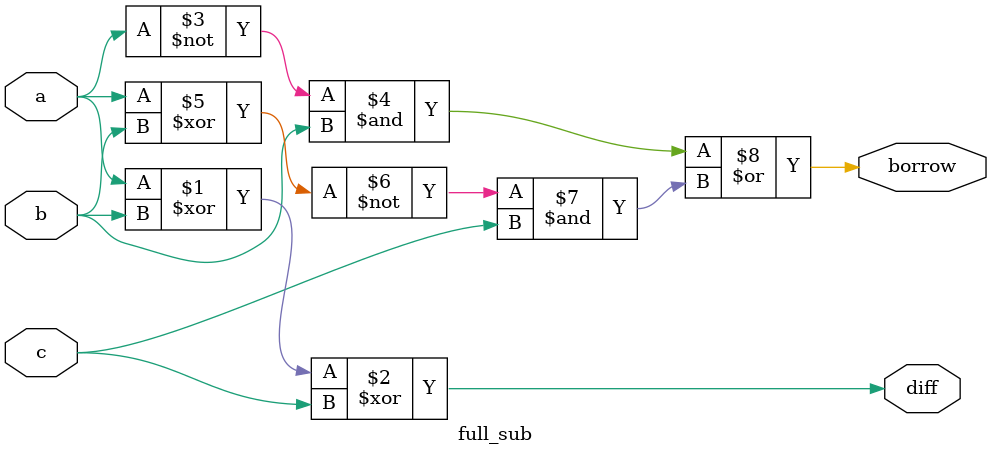
<source format=v>
module full_sub  (
input wire a,b,c ,
output wire diff,borrow );

assign diff = (a^b^c);
assign borrow =(~a&b)|(~(a^b)&c) ;
endmodule
</source>
